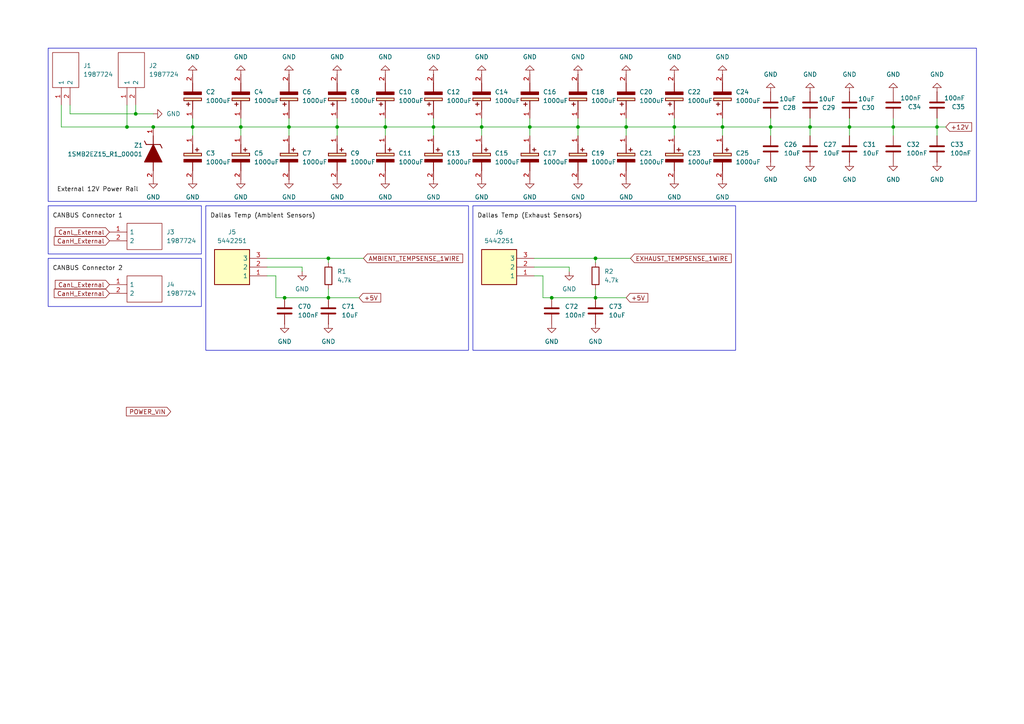
<source format=kicad_sch>
(kicad_sch (version 20250114) (generator "eeschema") (generator_version "9.0")
  (paper "A4")
  (lib_symbols
    (symbol "Device:C" (pin_numbers (hide yes)) (pin_names (offset 0.254))
      (property "Reference" "C" (at 0.635 2.54 0))
      (property "Value" "C" (at 0.635 -2.54 0))
      (symbol "C_1_1"
        (pin passive line (at 0 3.81 270) (length 2.794) (name "~") (number "1"))
        (pin passive line (at 0 -3.81 90) (length 2.794) (name "~") (number "2"))
      )
    )
    (symbol "Device:R" (pin_numbers (hide yes)) (pin_names (offset 0))
      (property "Reference" "R" (at 2.032 0 90))
      (property "Value" "R" (at 0 0 90))
      (symbol "R_1_1"
        (pin passive line (at 0 3.81 270) (length 1.27) (name "~") (number "1"))
        (pin passive line (at 0 -3.81 90) (length 1.27) (name "~") (number "2"))
      )
    )
    (symbol "InverterCom:1987724" (pin_names (offset 0.762))
      (property "Reference" "J" (at 16.51 7.62 0))
      (property "Value" "1987724" (at 16.51 5.08 0))
      (symbol "1987724_0_0"
        (pin passive line (at 0 0 0) (length 5.08) (name "1") (number "1"))
        (pin passive line (at 0 -2.54 0) (length 5.08) (name "2") (number "2"))
      )
    )
    (symbol "InverterCom:1SMB2EZ15_R1_00001" (pin_names (hide yes))
      (property "Reference" "Z" (at 10.16 8.89 0))
      (property "Value" "1SMB2EZ15_R1_00001" (at 10.16 6.35 0))
      (symbol "1SMB2EZ15_R1_00001_1_1"
        (pin passive line (at 0 0 0) (length 2.54) (name "K") (number "1"))
        (pin passive line (at 15.24 0 180) (length 2.54) (name "A") (number "2"))
      )
    )
    (symbol "InverterCom:5442251"
      (property "Reference" "J" (at 16.51 7.62 0))
      (property "Value" "5442251" (at 16.51 5.08 0))
      (symbol "5442251_1_1"
        (pin passive line (at 0 0 0) (length 5.08) (name "1") (number "1"))
        (pin passive line (at 0 -2.54 0) (length 5.08) (name "2") (number "2"))
        (pin passive line (at 0 -5.08 0) (length 5.08) (name "3") (number "3"))
      )
    )
    (symbol "InverterCom:UVY1E102MPD1TD" (pin_names (hide yes))
      (property "Reference" "C" (at 8.89 6.35 0))
      (property "Value" "UVY1E102MPD1TD" (at 8.89 3.81 0))
      (symbol "UVY1E102MPD1TD_1_1"
        (pin passive line (at 0 0 0) (length 2.54) (name "+") (number "1"))
        (pin passive line (at 12.7 0 180) (length 2.54) (name "-") (number "2"))
      )
    )
    (symbol "power:GND" (power) (pin_numbers (hide yes)) (pin_names (offset 0) (hide yes))
      (property "Value" "GND" (at 0 -3.81 0))
      (symbol "GND_1_1"
        (pin power_in line (at 0 0 270) (length 0) (name "~") (number "1"))
      )
    )
  )
  (rectangle (start 137.16 59.69) (end 213.36 101.6))
  (rectangle (start 13.97 74.93) (end 58.42 88.9))
  (rectangle (start 59.69 59.69) (end 135.89 101.6))
  (rectangle (start 13.97 13.97) (end 283.21 58.42))
  (rectangle (start 13.97 59.69) (end 58.42 73.66))
  (junction (at 209.55 36.83))
  (junction (at 167.64 36.83))
  (junction (at 160.02 86.36))
  (junction (at 82.55 86.36))
  (junction (at 83.82 36.83))
  (junction (at 95.25 86.36))
  (junction (at 153.67 36.83))
  (junction (at 44.45 36.83))
  (junction (at 111.76 36.83))
  (junction (at 223.52 36.83))
  (junction (at 139.7 36.83))
  (junction (at 95.25 74.93))
  (junction (at 195.58 36.83))
  (junction (at 172.72 74.93))
  (junction (at 172.72 86.36))
  (junction (at 246.38 36.83))
  (junction (at 181.61 36.83))
  (junction (at 69.85 36.83))
  (junction (at 97.79 36.83))
  (junction (at 271.78 36.83))
  (junction (at 39.37 33.02))
  (junction (at 36.83 36.83))
  (junction (at 234.95 36.83))
  (junction (at 55.88 36.83))
  (junction (at 125.73 36.83))
  (junction (at 259.08 36.83))
  (wire (pts (xy 69.85 36.83) (xy 83.82 36.83)))
  (wire (pts (xy 167.64 34.29) (xy 167.64 36.83)))
  (wire (pts (xy 234.95 36.83) (xy 234.95 39.37)))
  (wire (pts (xy 209.55 36.83) (xy 209.55 39.37)))
  (wire (pts (xy 153.67 36.83) (xy 153.67 39.37)))
  (wire (pts (xy 95.25 74.93) (xy 77.47 74.93)))
  (wire (pts (xy 20.32 33.02) (xy 39.37 33.02)))
  (wire (pts (xy 181.61 36.83) (xy 181.61 39.37)))
  (wire (pts (xy 95.25 76.2) (xy 95.25 74.93)))
  (wire (pts (xy 83.82 36.83) (xy 97.79 36.83)))
  (wire (pts (xy 20.32 30.48) (xy 20.32 33.02)))
  (wire (pts (xy 246.38 36.83) (xy 246.38 39.37)))
  (wire (pts (xy 39.37 33.02) (xy 39.37 30.48)))
  (wire (pts (xy 209.55 34.29) (xy 209.55 36.83)))
  (wire (pts (xy 80.01 80.01) (xy 77.47 80.01)))
  (wire (pts (xy 154.94 77.47) (xy 165.1 77.47)))
  (wire (pts (xy 271.78 36.83) (xy 274.32 36.83)))
  (wire (pts (xy 125.73 36.83) (xy 139.7 36.83)))
  (wire (pts (xy 165.1 77.47) (xy 165.1 78.74)))
  (wire (pts (xy 181.61 36.83) (xy 195.58 36.83)))
  (wire (pts (xy 55.88 34.29) (xy 55.88 36.83)))
  (wire (pts (xy 234.95 36.83) (xy 234.95 34.29)))
  (wire (pts (xy 139.7 36.83) (xy 153.67 36.83)))
  (wire (pts (xy 259.08 36.83) (xy 271.78 36.83)))
  (wire (pts (xy 39.37 33.02) (xy 44.45 33.02)))
  (wire (pts (xy 80.01 86.36) (xy 80.01 80.01)))
  (wire (pts (xy 95.25 74.93) (xy 105.41 74.93)))
  (wire (pts (xy 82.55 86.36) (xy 80.01 86.36)))
  (wire (pts (xy 17.78 36.83) (xy 17.78 30.48)))
  (wire (pts (xy 167.64 36.83) (xy 181.61 36.83)))
  (wire (pts (xy 234.95 36.83) (xy 246.38 36.83)))
  (wire (pts (xy 160.02 86.36) (xy 172.72 86.36)))
  (wire (pts (xy 271.78 36.83) (xy 271.78 39.37)))
  (wire (pts (xy 139.7 34.29) (xy 139.7 36.83)))
  (wire (pts (xy 111.76 36.83) (xy 111.76 39.37)))
  (wire (pts (xy 36.83 36.83) (xy 17.78 36.83)))
  (wire (pts (xy 223.52 36.83) (xy 223.52 39.37)))
  (wire (pts (xy 83.82 36.83) (xy 83.82 39.37)))
  (wire (pts (xy 82.55 86.36) (xy 95.25 86.36)))
  (wire (pts (xy 246.38 36.83) (xy 259.08 36.83)))
  (wire (pts (xy 157.48 86.36) (xy 157.48 80.01)))
  (wire (pts (xy 259.08 36.83) (xy 259.08 39.37)))
  (wire (pts (xy 139.7 36.83) (xy 139.7 39.37)))
  (wire (pts (xy 153.67 36.83) (xy 167.64 36.83)))
  (wire (pts (xy 195.58 36.83) (xy 195.58 39.37)))
  (wire (pts (xy 55.88 36.83) (xy 69.85 36.83)))
  (wire (pts (xy 271.78 34.29) (xy 271.78 36.83)))
  (wire (pts (xy 125.73 36.83) (xy 125.73 39.37)))
  (wire (pts (xy 44.45 36.83) (xy 55.88 36.83)))
  (wire (pts (xy 172.72 76.2) (xy 172.72 74.93)))
  (wire (pts (xy 87.63 77.47) (xy 87.63 78.74)))
  (wire (pts (xy 246.38 36.83) (xy 246.38 34.29)))
  (wire (pts (xy 195.58 34.29) (xy 195.58 36.83)))
  (wire (pts (xy 69.85 34.29) (xy 69.85 36.83)))
  (wire (pts (xy 36.83 30.48) (xy 36.83 36.83)))
  (wire (pts (xy 223.52 36.83) (xy 234.95 36.83)))
  (wire (pts (xy 153.67 34.29) (xy 153.67 36.83)))
  (wire (pts (xy 55.88 36.83) (xy 55.88 39.37)))
  (wire (pts (xy 95.25 83.82) (xy 95.25 86.36)))
  (wire (pts (xy 95.25 86.36) (xy 104.14 86.36)))
  (wire (pts (xy 111.76 34.29) (xy 111.76 36.83)))
  (wire (pts (xy 172.72 86.36) (xy 181.61 86.36)))
  (wire (pts (xy 69.85 36.83) (xy 69.85 39.37)))
  (wire (pts (xy 157.48 80.01) (xy 154.94 80.01)))
  (wire (pts (xy 97.79 36.83) (xy 97.79 39.37)))
  (wire (pts (xy 172.72 74.93) (xy 182.88 74.93)))
  (wire (pts (xy 181.61 34.29) (xy 181.61 36.83)))
  (wire (pts (xy 111.76 36.83) (xy 125.73 36.83)))
  (wire (pts (xy 125.73 34.29) (xy 125.73 36.83)))
  (wire (pts (xy 83.82 34.29) (xy 83.82 36.83)))
  (wire (pts (xy 97.79 34.29) (xy 97.79 36.83)))
  (wire (pts (xy 36.83 36.83) (xy 44.45 36.83)))
  (wire (pts (xy 172.72 83.82) (xy 172.72 86.36)))
  (wire (pts (xy 259.08 34.29) (xy 259.08 36.83)))
  (wire (pts (xy 195.58 36.83) (xy 209.55 36.83)))
  (wire (pts (xy 167.64 36.83) (xy 167.64 39.37)))
  (wire (pts (xy 77.47 77.47) (xy 87.63 77.47)))
  (wire (pts (xy 209.55 36.83) (xy 223.52 36.83)))
  (wire (pts (xy 172.72 74.93) (xy 154.94 74.93)))
  (wire (pts (xy 160.02 86.36) (xy 157.48 86.36)))
  (wire (pts (xy 97.79 36.83) (xy 111.76 36.83)))
  (wire (pts (xy 223.52 36.83) (xy 223.52 34.29)))
  (label "CANBUS Connector 1" (at 15.24 63.5 0))
  (label "Dallas Temp (Ambient Sensors)" (at 60.96 63.5 0))
  (label "Dallas Temp (Exhaust Sensors)" (at 138.43 63.5 0))
  (label "CANBUS Connector 2" (at 15.24 78.74 0))
  (label "External 12V Power Rail" (at 16.51 55.88 0))
  (global_label "CanH_External" (shape input) (at 31.75 85.09 180) (property "Intersheetrefs" "${INTERSHEET_REFS}" (effects (hide yes))))
  (global_label "+5V" (shape input) (at 181.61 86.36 0) (property "Intersheetrefs" "${INTERSHEET_REFS}" (effects (hide yes))))
  (global_label "CanL_External" (shape input) (at 31.75 67.31 180) (property "Intersheetrefs" "${INTERSHEET_REFS}" (effects (hide yes))))
  (global_label "CanL_External" (shape input) (at 31.75 82.55 180) (property "Intersheetrefs" "${INTERSHEET_REFS}" (effects (hide yes))))
  (global_label "POWER_VIN" (shape input) (at 49.53 119.38 180) (property "Intersheetrefs" "${INTERSHEET_REFS}" (effects (hide yes))))
  (global_label "EXHAUST_TEMPSENSE_1WIRE" (shape input) (at 182.88 74.93 0) (property "Intersheetrefs" "${INTERSHEET_REFS}" (effects (hide yes))))
  (global_label "AMBIENT_TEMPSENSE_1WIRE" (shape input) (at 105.41 74.93 0) (property "Intersheetrefs" "${INTERSHEET_REFS}" (effects (hide yes))))
  (global_label "CanH_External" (shape input) (at 31.75 69.85 180) (property "Intersheetrefs" "${INTERSHEET_REFS}" (effects (hide yes))))
  (global_label "+12V" (shape input) (at 274.32 36.83 0) (property "Intersheetrefs" "${INTERSHEET_REFS}" (effects (hide yes))))
  (global_label "+5V" (shape input) (at 104.14 86.36 0) (property "Intersheetrefs" "${INTERSHEET_REFS}" (effects (hide yes))))
  (symbol (lib_id "InverterCom:5442251") (at 77.47 80.01 180) (unit 1)
    (property "Reference" "J5" (at 67.31 67.31 0))
    (property "Value" "5442251" (at 67.31 69.85 0))
    (property "Footprint" "5442251" (effects (hide yes)))
    (property "Datasheet" "https://www.phoenixcontact.com/en-gb/products/printed-circuit-board-terminal-bc-350x9-3-gn-5442251" (effects (hide yes)))
    (property "Description" "Fixed Terminal Blocks BC-350X9- 3 GN 3.5 MM PITCH" (effects (hide yes)))
    (property "Height" "8.65" (effects (hide yes)))
    (property "Mouser Part Number" "651-5442251" (effects (hide yes)))
    (property "Mouser Price/Stock" "https://www.mouser.co.uk/ProductDetail/Phoenix-Contact/5442251?qs=9Y9qB%2FCsC3kmzTCxovpQiw%3D%3D" (effects (hide yes)))
    (property "Manufacturer_Name" "Phoenix Contact" (effects (hide yes)))
    (property "Manufacturer_Part_Number" "5442251" (effects (hide yes)))
  )
  (symbol (lib_id "InverterCom:UVY1E102MPD1TD") (at 69.85 39.37 270) (unit 1)
    (property "Reference" "C5" (at 73.66 44.4499 90) (effects (justify left)))
    (property "Value" "1000uF" (at 73.66 46.9899 90) (effects (justify left)))
    (property "Footprint" "InverterCom:CAPPRD500W60D1025H1750" (effects (hide yes)))
    (property "Datasheet" "https://componentsearchengine.com/Datasheets/5/UVY1E102MPD1TD.pdf" (effects (hide yes)))
    (property "Description" "Cap Aluminum Lytic 1000uF 25V 20% (10 X 16mm) Radial 5mm 610mA 1000h 105C Ammo" (effects (hide yes)))
    (property "Height" "17.5" (effects (hide yes)))
    (property "Mouser Part Number" "647-UVY1E102MPD1TD" (effects (hide yes)))
    (property "Mouser Price/Stock" "https://www.mouser.co.uk/ProductDetail/Nichicon/UVY1E102MPD1TD?qs=gtReTMvImqniEnVqgrfK9Q%3D%3D" (effects (hide yes)))
    (property "Manufacturer_Name" "Nichicon" (effects (hide yes)))
    (property "Manufacturer_Part_Number" "UVY1E102MPD1TD" (effects (hide yes)))
  )
  (symbol (lib_id "Device:C") (at 223.52 43.18 0) (unit 1)
    (property "Reference" "C26" (at 227.33 41.9099 0) (effects (justify left)))
    (property "Value" "10uF" (at 227.33 44.4499 0) (effects (justify left)))
    (property "Footprint" "Capacitor_SMD:C_1210_3225Metric_Pad1.33x2.70mm_HandSolder" (effects (hide yes)))
    (property "Description" "Unpolarized capacitor" (effects (hide yes)))
  )
  (symbol (lib_id "Device:C") (at 259.08 43.18 0) (unit 1)
    (property "Reference" "C32" (at 262.89 41.9099 0) (effects (justify left)))
    (property "Value" "100nF" (at 262.89 44.45 0) (effects (justify left)))
    (property "Footprint" "Capacitor_SMD:C_1210_3225Metric_Pad1.33x2.70mm_HandSolder" (effects (hide yes)))
    (property "Description" "Unpolarized capacitor" (effects (hide yes)))
  )
  (symbol (lib_id "power:GND") (at 44.45 52.07 0) (unit 1)
    (property "Reference" "#PWR02" (effects (hide yes)))
    (property "Value" "GND" (at 44.45 57.15 0))
    (property "Description" "Power symbol creates a global label with name \"GND\" , ground" (effects (hide yes)))
  )
  (symbol (lib_id "power:GND") (at 271.78 46.99 0) (unit 1)
    (property "Reference" "#PWR079" (effects (hide yes)))
    (property "Value" "GND" (at 271.78 52.07 0))
    (property "Description" "Power symbol creates a global label with name \"GND\" , ground" (effects (hide yes)))
  )
  (symbol (lib_id "Device:C") (at 95.25 90.17 0) (unit 1)
    (property "Reference" "C71" (at 99.06 88.8999 0) (effects (justify left)))
    (property "Value" "10uF" (at 99.06 91.4399 0) (effects (justify left)))
    (property "Footprint" "Capacitor_SMD:C_1210_3225Metric_Pad1.33x2.70mm_HandSolder" (effects (hide yes)))
    (property "Description" "Unpolarized capacitor" (effects (hide yes)))
  )
  (symbol (lib_id "power:GND") (at 234.95 26.67 180) (unit 1)
    (property "Reference" "#PWR076" (effects (hide yes)))
    (property "Value" "GND" (at 234.95 21.59 0))
    (property "Description" "Power symbol creates a global label with name \"GND\" , ground" (effects (hide yes)))
  )
  (symbol (lib_id "power:GND") (at 139.7 21.59 180) (unit 1)
    (property "Reference" "#PWR017" (effects (hide yes)))
    (property "Value" "GND" (at 139.7 16.51 0))
    (property "Description" "Power symbol creates a global label with name \"GND\" , ground" (effects (hide yes)))
  )
  (symbol (lib_id "InverterCom:UVY1E102MPD1TD") (at 111.76 39.37 270) (unit 1)
    (property "Reference" "C11" (at 115.57 44.4499 90) (effects (justify left)))
    (property "Value" "1000uF" (at 115.57 46.9899 90) (effects (justify left)))
    (property "Footprint" "InverterCom:CAPPRD500W60D1025H1750" (effects (hide yes)))
    (property "Datasheet" "https://componentsearchengine.com/Datasheets/5/UVY1E102MPD1TD.pdf" (effects (hide yes)))
    (property "Description" "Cap Aluminum Lytic 1000uF 25V 20% (10 X 16mm) Radial 5mm 610mA 1000h 105C Ammo" (effects (hide yes)))
    (property "Height" "17.5" (effects (hide yes)))
    (property "Mouser Part Number" "647-UVY1E102MPD1TD" (effects (hide yes)))
    (property "Mouser Price/Stock" "https://www.mouser.co.uk/ProductDetail/Nichicon/UVY1E102MPD1TD?qs=gtReTMvImqniEnVqgrfK9Q%3D%3D" (effects (hide yes)))
    (property "Manufacturer_Name" "Nichicon" (effects (hide yes)))
    (property "Manufacturer_Part_Number" "UVY1E102MPD1TD" (effects (hide yes)))
  )
  (symbol (lib_id "power:GND") (at 69.85 21.59 180) (unit 1)
    (property "Reference" "#PWR07" (effects (hide yes)))
    (property "Value" "GND" (at 69.85 16.51 0))
    (property "Description" "Power symbol creates a global label with name \"GND\" , ground" (effects (hide yes)))
  )
  (symbol (lib_id "power:GND") (at 246.38 46.99 0) (unit 1)
    (property "Reference" "#PWR078" (effects (hide yes)))
    (property "Value" "GND" (at 246.38 52.07 0))
    (property "Description" "Power symbol creates a global label with name \"GND\" , ground" (effects (hide yes)))
  )
  (symbol (lib_id "InverterCom:UVY1E102MPD1TD") (at 153.67 39.37 270) (unit 1)
    (property "Reference" "C17" (at 157.48 44.4499 90) (effects (justify left)))
    (property "Value" "1000uF" (at 157.48 46.9899 90) (effects (justify left)))
    (property "Footprint" "InverterCom:CAPPRD500W60D1025H1750" (effects (hide yes)))
    (property "Datasheet" "https://componentsearchengine.com/Datasheets/5/UVY1E102MPD1TD.pdf" (effects (hide yes)))
    (property "Description" "Cap Aluminum Lytic 1000uF 25V 20% (10 X 16mm) Radial 5mm 610mA 1000h 105C Ammo" (effects (hide yes)))
    (property "Height" "17.5" (effects (hide yes)))
    (property "Mouser Part Number" "647-UVY1E102MPD1TD" (effects (hide yes)))
    (property "Mouser Price/Stock" "https://www.mouser.co.uk/ProductDetail/Nichicon/UVY1E102MPD1TD?qs=gtReTMvImqniEnVqgrfK9Q%3D%3D" (effects (hide yes)))
    (property "Manufacturer_Name" "Nichicon" (effects (hide yes)))
    (property "Manufacturer_Part_Number" "UVY1E102MPD1TD" (effects (hide yes)))
  )
  (symbol (lib_id "Device:C") (at 160.02 90.17 0) (unit 1)
    (property "Reference" "C72" (at 163.83 88.8999 0) (effects (justify left)))
    (property "Value" "100nF" (at 163.83 91.44 0) (effects (justify left)))
    (property "Footprint" "Capacitor_SMD:C_1210_3225Metric_Pad1.33x2.70mm_HandSolder" (effects (hide yes)))
    (property "Description" "Unpolarized capacitor" (effects (hide yes)))
  )
  (symbol (lib_id "power:GND") (at 125.73 21.59 180) (unit 1)
    (property "Reference" "#PWR015" (effects (hide yes)))
    (property "Value" "GND" (at 125.73 16.51 0))
    (property "Description" "Power symbol creates a global label with name \"GND\" , ground" (effects (hide yes)))
  )
  (symbol (lib_id "power:GND") (at 55.88 52.07 0) (unit 1)
    (property "Reference" "#PWR05" (effects (hide yes)))
    (property "Value" "GND" (at 55.88 57.15 0))
    (property "Description" "Power symbol creates a global label with name \"GND\" , ground" (effects (hide yes)))
  )
  (symbol (lib_id "Device:C") (at 234.95 43.18 0) (unit 1)
    (property "Reference" "C27" (at 238.76 41.9099 0) (effects (justify left)))
    (property "Value" "10uF" (at 238.76 44.4499 0) (effects (justify left)))
    (property "Footprint" "Capacitor_SMD:C_1210_3225Metric_Pad1.33x2.70mm_HandSolder" (effects (hide yes)))
    (property "Description" "Unpolarized capacitor" (effects (hide yes)))
  )
  (symbol (lib_id "InverterCom:UVY1E102MPD1TD") (at 181.61 34.29 90) (unit 1)
    (property "Reference" "C20" (at 185.42 26.6699 90) (effects (justify right)))
    (property "Value" "1000uF" (at 185.42 29.2099 90) (effects (justify right)))
    (property "Footprint" "InverterCom:CAPPRD500W60D1025H1750" (effects (hide yes)))
    (property "Datasheet" "https://componentsearchengine.com/Datasheets/5/UVY1E102MPD1TD.pdf" (effects (hide yes)))
    (property "Description" "Cap Aluminum Lytic 1000uF 25V 20% (10 X 16mm) Radial 5mm 610mA 1000h 105C Ammo" (effects (hide yes)))
    (property "Height" "17.5" (effects (hide yes)))
    (property "Mouser Part Number" "647-UVY1E102MPD1TD" (effects (hide yes)))
    (property "Mouser Price/Stock" "https://www.mouser.co.uk/ProductDetail/Nichicon/UVY1E102MPD1TD?qs=gtReTMvImqniEnVqgrfK9Q%3D%3D" (effects (hide yes)))
    (property "Manufacturer_Name" "Nichicon" (effects (hide yes)))
    (property "Manufacturer_Part_Number" "UVY1E102MPD1TD" (effects (hide yes)))
  )
  (symbol (lib_id "power:GND") (at 195.58 52.07 0) (unit 1)
    (property "Reference" "#PWR026" (effects (hide yes)))
    (property "Value" "GND" (at 195.58 57.15 0))
    (property "Description" "Power symbol creates a global label with name \"GND\" , ground" (effects (hide yes)))
  )
  (symbol (lib_id "power:GND") (at 223.52 46.99 0) (unit 1)
    (property "Reference" "#PWR073" (effects (hide yes)))
    (property "Value" "GND" (at 223.52 52.07 0))
    (property "Description" "Power symbol creates a global label with name \"GND\" , ground" (effects (hide yes)))
  )
  (symbol (lib_id "InverterCom:1987724") (at 17.78 30.48 90) (unit 1)
    (property "Reference" "J1" (at 24.13 19.0499 90) (effects (justify right)))
    (property "Value" "1987724" (at 24.13 21.5899 90) (effects (justify right)))
    (property "Footprint" "InverterCom:1987724" (effects (hide yes)))
    (property "Datasheet" "https://datasheet.datasheetarchive.com/originals/distributors/Datasheets-DGA18/1075322.pdf" (effects (hide yes)))
    (property "Description" "Phoenix Contact PT 2.5/ 2-5.0-V PCB Terminal Block, 2 Way/Pole, Screw Terminals, 20  10 AWG Through Hole," (effects (hide yes)))
    (property "Description_1" "Phoenix Contact PT 2.5/ 2-5.0-V PCB Terminal Block, 2 Way/Pole, Screw Terminals, 20  10 AWG Through Hole," (effects (hide yes)))
    (property "Height" "9.15" (effects (hide yes)))
    (property "Mouser Part Number" "651-1987724" (effects (hide yes)))
    (property "Mouser Price/Stock" "https://www.mouser.co.uk/ProductDetail/Phoenix-Contact/1987724?qs=gjk32EaArKIePzXcIKo3jg%3D%3D" (effects (hide yes)))
    (property "Manufacturer_Name" "Phoenix Contact" (effects (hide yes)))
    (property "Manufacturer_Part_Number" "1987724" (effects (hide yes)))
  )
  (symbol (lib_id "InverterCom:UVY1E102MPD1TD") (at 209.55 39.37 270) (unit 1)
    (property "Reference" "C25" (at 213.36 44.4499 90) (effects (justify left)))
    (property "Value" "1000uF" (at 213.36 46.9899 90) (effects (justify left)))
    (property "Footprint" "InverterCom:CAPPRD500W60D1025H1750" (effects (hide yes)))
    (property "Datasheet" "https://componentsearchengine.com/Datasheets/5/UVY1E102MPD1TD.pdf" (effects (hide yes)))
    (property "Description" "Cap Aluminum Lytic 1000uF 25V 20% (10 X 16mm) Radial 5mm 610mA 1000h 105C Ammo" (effects (hide yes)))
    (property "Height" "17.5" (effects (hide yes)))
    (property "Mouser Part Number" "647-UVY1E102MPD1TD" (effects (hide yes)))
    (property "Mouser Price/Stock" "https://www.mouser.co.uk/ProductDetail/Nichicon/UVY1E102MPD1TD?qs=gtReTMvImqniEnVqgrfK9Q%3D%3D" (effects (hide yes)))
    (property "Manufacturer_Name" "Nichicon" (effects (hide yes)))
    (property "Manufacturer_Part_Number" "UVY1E102MPD1TD" (effects (hide yes)))
  )
  (symbol (lib_id "InverterCom:UVY1E102MPD1TD") (at 153.67 34.29 90) (unit 1)
    (property "Reference" "C16" (at 157.48 26.6699 90) (effects (justify right)))
    (property "Value" "1000uF" (at 157.48 29.2099 90) (effects (justify right)))
    (property "Footprint" "InverterCom:CAPPRD500W60D1025H1750" (effects (hide yes)))
    (property "Datasheet" "https://componentsearchengine.com/Datasheets/5/UVY1E102MPD1TD.pdf" (effects (hide yes)))
    (property "Description" "Cap Aluminum Lytic 1000uF 25V 20% (10 X 16mm) Radial 5mm 610mA 1000h 105C Ammo" (effects (hide yes)))
    (property "Height" "17.5" (effects (hide yes)))
    (property "Mouser Part Number" "647-UVY1E102MPD1TD" (effects (hide yes)))
    (property "Mouser Price/Stock" "https://www.mouser.co.uk/ProductDetail/Nichicon/UVY1E102MPD1TD?qs=gtReTMvImqniEnVqgrfK9Q%3D%3D" (effects (hide yes)))
    (property "Manufacturer_Name" "Nichicon" (effects (hide yes)))
    (property "Manufacturer_Part_Number" "UVY1E102MPD1TD" (effects (hide yes)))
  )
  (symbol (lib_id "InverterCom:5442251") (at 154.94 80.01 180) (unit 1)
    (property "Reference" "J6" (at 144.78 67.31 0))
    (property "Value" "5442251" (at 144.78 69.85 0))
    (property "Footprint" "5442251" (effects (hide yes)))
    (property "Datasheet" "https://www.phoenixcontact.com/en-gb/products/printed-circuit-board-terminal-bc-350x9-3-gn-5442251" (effects (hide yes)))
    (property "Description" "Fixed Terminal Blocks BC-350X9- 3 GN 3.5 MM PITCH" (effects (hide yes)))
    (property "Height" "8.65" (effects (hide yes)))
    (property "Mouser Part Number" "651-5442251" (effects (hide yes)))
    (property "Mouser Price/Stock" "https://www.mouser.co.uk/ProductDetail/Phoenix-Contact/5442251?qs=9Y9qB%2FCsC3kmzTCxovpQiw%3D%3D" (effects (hide yes)))
    (property "Manufacturer_Name" "Phoenix Contact" (effects (hide yes)))
    (property "Manufacturer_Part_Number" "5442251" (effects (hide yes)))
  )
  (symbol (lib_id "power:GND") (at 167.64 21.59 180) (unit 1)
    (property "Reference" "#PWR021" (effects (hide yes)))
    (property "Value" "GND" (at 167.64 16.51 0))
    (property "Description" "Power symbol creates a global label with name \"GND\" , ground" (effects (hide yes)))
  )
  (symbol (lib_id "InverterCom:UVY1E102MPD1TD") (at 83.82 39.37 270) (unit 1)
    (property "Reference" "C7" (at 87.63 44.4499 90) (effects (justify left)))
    (property "Value" "1000uF" (at 87.63 46.9899 90) (effects (justify left)))
    (property "Footprint" "InverterCom:CAPPRD500W60D1025H1750" (effects (hide yes)))
    (property "Datasheet" "https://componentsearchengine.com/Datasheets/5/UVY1E102MPD1TD.pdf" (effects (hide yes)))
    (property "Description" "Cap Aluminum Lytic 1000uF 25V 20% (10 X 16mm) Radial 5mm 610mA 1000h 105C Ammo" (effects (hide yes)))
    (property "Height" "17.5" (effects (hide yes)))
    (property "Mouser Part Number" "647-UVY1E102MPD1TD" (effects (hide yes)))
    (property "Mouser Price/Stock" "https://www.mouser.co.uk/ProductDetail/Nichicon/UVY1E102MPD1TD?qs=gtReTMvImqniEnVqgrfK9Q%3D%3D" (effects (hide yes)))
    (property "Manufacturer_Name" "Nichicon" (effects (hide yes)))
    (property "Manufacturer_Part_Number" "UVY1E102MPD1TD" (effects (hide yes)))
  )
  (symbol (lib_id "power:GND") (at 125.73 52.07 0) (unit 1)
    (property "Reference" "#PWR016" (effects (hide yes)))
    (property "Value" "GND" (at 125.73 57.15 0))
    (property "Description" "Power symbol creates a global label with name \"GND\" , ground" (effects (hide yes)))
  )
  (symbol (lib_id "Device:R") (at 95.25 80.01 0) (unit 1)
    (property "Reference" "R1" (at 97.79 78.7399 0) (effects (justify left)))
    (property "Value" "4.7k" (at 97.79 81.2799 0) (effects (justify left)))
    (property "Description" "Resistor" (effects (hide yes)))
  )
  (symbol (lib_id "InverterCom:1987724") (at 36.83 30.48 90) (unit 1)
    (property "Reference" "J2" (at 43.18 19.0499 90) (effects (justify right)))
    (property "Value" "1987724" (at 43.18 21.5899 90) (effects (justify right)))
    (property "Footprint" "InverterCom:1987724" (effects (hide yes)))
    (property "Datasheet" "https://datasheet.datasheetarchive.com/originals/distributors/Datasheets-DGA18/1075322.pdf" (effects (hide yes)))
    (property "Description" "Phoenix Contact PT 2.5/ 2-5.0-V PCB Terminal Block, 2 Way/Pole, Screw Terminals, 20  10 AWG Through Hole," (effects (hide yes)))
    (property "Description_1" "Phoenix Contact PT 2.5/ 2-5.0-V PCB Terminal Block, 2 Way/Pole, Screw Terminals, 20  10 AWG Through Hole," (effects (hide yes)))
    (property "Height" "9.15" (effects (hide yes)))
    (property "Mouser Part Number" "651-1987724" (effects (hide yes)))
    (property "Mouser Price/Stock" "https://www.mouser.co.uk/ProductDetail/Phoenix-Contact/1987724?qs=gjk32EaArKIePzXcIKo3jg%3D%3D" (effects (hide yes)))
    (property "Manufacturer_Name" "Phoenix Contact" (effects (hide yes)))
    (property "Manufacturer_Part_Number" "1987724" (effects (hide yes)))
  )
  (symbol (lib_id "power:GND") (at 209.55 21.59 180) (unit 1)
    (property "Reference" "#PWR027" (effects (hide yes)))
    (property "Value" "GND" (at 209.55 16.51 0))
    (property "Description" "Power symbol creates a global label with name \"GND\" , ground" (effects (hide yes)))
  )
  (symbol (lib_id "power:GND") (at 160.02 93.98 0) (unit 1)
    (property "Reference" "#PWR098" (effects (hide yes)))
    (property "Value" "GND" (at 160.02 99.06 0))
    (property "Description" "Power symbol creates a global label with name \"GND\" , ground" (effects (hide yes)))
  )
  (symbol (lib_id "Device:C") (at 223.52 30.48 180) (unit 1)
    (property "Reference" "C28" (at 230.886 31.242 0) (effects (justify left)))
    (property "Value" "10uF" (at 230.886 28.702 0) (effects (justify left)))
    (property "Footprint" "Capacitor_SMD:C_1210_3225Metric_Pad1.33x2.70mm_HandSolder" (effects (hide yes)))
    (property "Description" "Unpolarized capacitor" (effects (hide yes)))
  )
  (symbol (lib_id "InverterCom:UVY1E102MPD1TD") (at 209.55 34.29 90) (unit 1)
    (property "Reference" "C24" (at 213.36 26.6699 90) (effects (justify right)))
    (property "Value" "1000uF" (at 213.36 29.2099 90) (effects (justify right)))
    (property "Footprint" "InverterCom:CAPPRD500W60D1025H1750" (effects (hide yes)))
    (property "Datasheet" "https://componentsearchengine.com/Datasheets/5/UVY1E102MPD1TD.pdf" (effects (hide yes)))
    (property "Description" "Cap Aluminum Lytic 1000uF 25V 20% (10 X 16mm) Radial 5mm 610mA 1000h 105C Ammo" (effects (hide yes)))
    (property "Height" "17.5" (effects (hide yes)))
    (property "Mouser Part Number" "647-UVY1E102MPD1TD" (effects (hide yes)))
    (property "Mouser Price/Stock" "https://www.mouser.co.uk/ProductDetail/Nichicon/UVY1E102MPD1TD?qs=gtReTMvImqniEnVqgrfK9Q%3D%3D" (effects (hide yes)))
    (property "Manufacturer_Name" "Nichicon" (effects (hide yes)))
    (property "Manufacturer_Part_Number" "UVY1E102MPD1TD" (effects (hide yes)))
  )
  (symbol (lib_id "InverterCom:UVY1E102MPD1TD") (at 97.79 39.37 270) (unit 1)
    (property "Reference" "C9" (at 101.6 44.4499 90) (effects (justify left)))
    (property "Value" "1000uF" (at 101.6 46.9899 90) (effects (justify left)))
    (property "Footprint" "InverterCom:CAPPRD500W60D1025H1750" (effects (hide yes)))
    (property "Datasheet" "https://componentsearchengine.com/Datasheets/5/UVY1E102MPD1TD.pdf" (effects (hide yes)))
    (property "Description" "Cap Aluminum Lytic 1000uF 25V 20% (10 X 16mm) Radial 5mm 610mA 1000h 105C Ammo" (effects (hide yes)))
    (property "Height" "17.5" (effects (hide yes)))
    (property "Mouser Part Number" "647-UVY1E102MPD1TD" (effects (hide yes)))
    (property "Mouser Price/Stock" "https://www.mouser.co.uk/ProductDetail/Nichicon/UVY1E102MPD1TD?qs=gtReTMvImqniEnVqgrfK9Q%3D%3D" (effects (hide yes)))
    (property "Manufacturer_Name" "Nichicon" (effects (hide yes)))
    (property "Manufacturer_Part_Number" "UVY1E102MPD1TD" (effects (hide yes)))
  )
  (symbol (lib_id "Device:C") (at 82.55 90.17 0) (unit 1)
    (property "Reference" "C70" (at 86.36 88.8999 0) (effects (justify left)))
    (property "Value" "100nF" (at 86.36 91.44 0) (effects (justify left)))
    (property "Footprint" "Capacitor_SMD:C_1210_3225Metric_Pad1.33x2.70mm_HandSolder" (effects (hide yes)))
    (property "Description" "Unpolarized capacitor" (effects (hide yes)))
  )
  (symbol (lib_id "InverterCom:UVY1E102MPD1TD") (at 139.7 39.37 270) (unit 1)
    (property "Reference" "C15" (at 143.51 44.4499 90) (effects (justify left)))
    (property "Value" "1000uF" (at 143.51 46.9899 90) (effects (justify left)))
    (property "Footprint" "InverterCom:CAPPRD500W60D1025H1750" (effects (hide yes)))
    (property "Datasheet" "https://componentsearchengine.com/Datasheets/5/UVY1E102MPD1TD.pdf" (effects (hide yes)))
    (property "Description" "Cap Aluminum Lytic 1000uF 25V 20% (10 X 16mm) Radial 5mm 610mA 1000h 105C Ammo" (effects (hide yes)))
    (property "Height" "17.5" (effects (hide yes)))
    (property "Mouser Part Number" "647-UVY1E102MPD1TD" (effects (hide yes)))
    (property "Mouser Price/Stock" "https://www.mouser.co.uk/ProductDetail/Nichicon/UVY1E102MPD1TD?qs=gtReTMvImqniEnVqgrfK9Q%3D%3D" (effects (hide yes)))
    (property "Manufacturer_Name" "Nichicon" (effects (hide yes)))
    (property "Manufacturer_Part_Number" "UVY1E102MPD1TD" (effects (hide yes)))
  )
  (symbol (lib_id "power:GND") (at 181.61 52.07 0) (unit 1)
    (property "Reference" "#PWR024" (effects (hide yes)))
    (property "Value" "GND" (at 181.61 57.15 0))
    (property "Description" "Power symbol creates a global label with name \"GND\" , ground" (effects (hide yes)))
  )
  (symbol (lib_id "InverterCom:UVY1E102MPD1TD") (at 167.64 39.37 270) (unit 1)
    (property "Reference" "C19" (at 171.45 44.4499 90) (effects (justify left)))
    (property "Value" "1000uF" (at 171.45 46.9899 90) (effects (justify left)))
    (property "Footprint" "InverterCom:CAPPRD500W60D1025H1750" (effects (hide yes)))
    (property "Datasheet" "https://componentsearchengine.com/Datasheets/5/UVY1E102MPD1TD.pdf" (effects (hide yes)))
    (property "Description" "Cap Aluminum Lytic 1000uF 25V 20% (10 X 16mm) Radial 5mm 610mA 1000h 105C Ammo" (effects (hide yes)))
    (property "Height" "17.5" (effects (hide yes)))
    (property "Mouser Part Number" "647-UVY1E102MPD1TD" (effects (hide yes)))
    (property "Mouser Price/Stock" "https://www.mouser.co.uk/ProductDetail/Nichicon/UVY1E102MPD1TD?qs=gtReTMvImqniEnVqgrfK9Q%3D%3D" (effects (hide yes)))
    (property "Manufacturer_Name" "Nichicon" (effects (hide yes)))
    (property "Manufacturer_Part_Number" "UVY1E102MPD1TD" (effects (hide yes)))
  )
  (symbol (lib_id "InverterCom:UVY1E102MPD1TD") (at 167.64 34.29 90) (unit 1)
    (property "Reference" "C18" (at 171.45 26.6699 90) (effects (justify right)))
    (property "Value" "1000uF" (at 171.45 29.2099 90) (effects (justify right)))
    (property "Footprint" "InverterCom:CAPPRD500W60D1025H1750" (effects (hide yes)))
    (property "Datasheet" "https://componentsearchengine.com/Datasheets/5/UVY1E102MPD1TD.pdf" (effects (hide yes)))
    (property "Description" "Cap Aluminum Lytic 1000uF 25V 20% (10 X 16mm) Radial 5mm 610mA 1000h 105C Ammo" (effects (hide yes)))
    (property "Height" "17.5" (effects (hide yes)))
    (property "Mouser Part Number" "647-UVY1E102MPD1TD" (effects (hide yes)))
    (property "Mouser Price/Stock" "https://www.mouser.co.uk/ProductDetail/Nichicon/UVY1E102MPD1TD?qs=gtReTMvImqniEnVqgrfK9Q%3D%3D" (effects (hide yes)))
    (property "Manufacturer_Name" "Nichicon" (effects (hide yes)))
    (property "Manufacturer_Part_Number" "UVY1E102MPD1TD" (effects (hide yes)))
  )
  (symbol (lib_id "power:GND") (at 97.79 21.59 180) (unit 1)
    (property "Reference" "#PWR011" (effects (hide yes)))
    (property "Value" "GND" (at 97.79 16.51 0))
    (property "Description" "Power symbol creates a global label with name \"GND\" , ground" (effects (hide yes)))
  )
  (symbol (lib_id "Device:C") (at 246.38 43.18 0) (unit 1)
    (property "Reference" "C31" (at 250.19 41.9099 0) (effects (justify left)))
    (property "Value" "10uF" (at 250.19 44.4499 0) (effects (justify left)))
    (property "Footprint" "Capacitor_SMD:C_1210_3225Metric_Pad1.33x2.70mm_HandSolder" (effects (hide yes)))
    (property "Description" "Unpolarized capacitor" (effects (hide yes)))
  )
  (symbol (lib_id "power:GND") (at 55.88 21.59 180) (unit 1)
    (property "Reference" "#PWR04" (effects (hide yes)))
    (property "Value" "GND" (at 55.88 16.51 0))
    (property "Description" "Power symbol creates a global label with name \"GND\" , ground" (effects (hide yes)))
  )
  (symbol (lib_id "InverterCom:1987724") (at 31.75 82.55 0) (unit 1)
    (property "Reference" "J4" (at 48.26 82.5499 0) (effects (justify left)))
    (property "Value" "1987724" (at 48.26 85.0899 0) (effects (justify left)))
    (property "Footprint" "InverterCom:1987724" (effects (hide yes)))
    (property "Datasheet" "https://datasheet.datasheetarchive.com/originals/distributors/Datasheets-DGA18/1075322.pdf" (effects (hide yes)))
    (property "Description" "Phoenix Contact PT 2.5/ 2-5.0-V PCB Terminal Block, 2 Way/Pole, Screw Terminals, 20  10 AWG Through Hole," (effects (hide yes)))
    (property "Description_1" "Phoenix Contact PT 2.5/ 2-5.0-V PCB Terminal Block, 2 Way/Pole, Screw Terminals, 20  10 AWG Through Hole," (effects (hide yes)))
    (property "Height" "9.15" (effects (hide yes)))
    (property "Mouser Part Number" "651-1987724" (effects (hide yes)))
    (property "Mouser Price/Stock" "https://www.mouser.co.uk/ProductDetail/Phoenix-Contact/1987724?qs=gjk32EaArKIePzXcIKo3jg%3D%3D" (effects (hide yes)))
    (property "Manufacturer_Name" "Phoenix Contact" (effects (hide yes)))
    (property "Manufacturer_Part_Number" "1987724" (effects (hide yes)))
  )
  (symbol (lib_id "power:GND") (at 234.95 46.99 0) (unit 1)
    (property "Reference" "#PWR074" (effects (hide yes)))
    (property "Value" "GND" (at 234.95 52.07 0))
    (property "Description" "Power symbol creates a global label with name \"GND\" , ground" (effects (hide yes)))
  )
  (symbol (lib_id "power:GND") (at 97.79 52.07 0) (unit 1)
    (property "Reference" "#PWR012" (effects (hide yes)))
    (property "Value" "GND" (at 97.79 57.15 0))
    (property "Description" "Power symbol creates a global label with name \"GND\" , ground" (effects (hide yes)))
  )
  (symbol (lib_id "InverterCom:UVY1E102MPD1TD") (at 125.73 39.37 270) (unit 1)
    (property "Reference" "C13" (at 129.54 44.4499 90) (effects (justify left)))
    (property "Value" "1000uF" (at 129.54 46.9899 90) (effects (justify left)))
    (property "Footprint" "InverterCom:CAPPRD500W60D1025H1750" (effects (hide yes)))
    (property "Datasheet" "https://componentsearchengine.com/Datasheets/5/UVY1E102MPD1TD.pdf" (effects (hide yes)))
    (property "Description" "Cap Aluminum Lytic 1000uF 25V 20% (10 X 16mm) Radial 5mm 610mA 1000h 105C Ammo" (effects (hide yes)))
    (property "Height" "17.5" (effects (hide yes)))
    (property "Mouser Part Number" "647-UVY1E102MPD1TD" (effects (hide yes)))
    (property "Mouser Price/Stock" "https://www.mouser.co.uk/ProductDetail/Nichicon/UVY1E102MPD1TD?qs=gtReTMvImqniEnVqgrfK9Q%3D%3D" (effects (hide yes)))
    (property "Manufacturer_Name" "Nichicon" (effects (hide yes)))
    (property "Manufacturer_Part_Number" "UVY1E102MPD1TD" (effects (hide yes)))
  )
  (symbol (lib_id "power:GND") (at 209.55 52.07 0) (unit 1)
    (property "Reference" "#PWR028" (effects (hide yes)))
    (property "Value" "GND" (at 209.55 57.15 0))
    (property "Description" "Power symbol creates a global label with name \"GND\" , ground" (effects (hide yes)))
  )
  (symbol (lib_id "power:GND") (at 83.82 52.07 0) (unit 1)
    (property "Reference" "#PWR010" (effects (hide yes)))
    (property "Value" "GND" (at 83.82 57.15 0))
    (property "Description" "Power symbol creates a global label with name \"GND\" , ground" (effects (hide yes)))
  )
  (symbol (lib_id "InverterCom:UVY1E102MPD1TD") (at 69.85 34.29 90) (unit 1)
    (property "Reference" "C4" (at 73.66 26.6699 90) (effects (justify right)))
    (property "Value" "1000uF" (at 73.66 29.2099 90) (effects (justify right)))
    (property "Footprint" "InverterCom:CAPPRD500W60D1025H1750" (effects (hide yes)))
    (property "Datasheet" "https://componentsearchengine.com/Datasheets/5/UVY1E102MPD1TD.pdf" (effects (hide yes)))
    (property "Description" "Cap Aluminum Lytic 1000uF 25V 20% (10 X 16mm) Radial 5mm 610mA 1000h 105C Ammo" (effects (hide yes)))
    (property "Height" "17.5" (effects (hide yes)))
    (property "Mouser Part Number" "647-UVY1E102MPD1TD" (effects (hide yes)))
    (property "Mouser Price/Stock" "https://www.mouser.co.uk/ProductDetail/Nichicon/UVY1E102MPD1TD?qs=gtReTMvImqniEnVqgrfK9Q%3D%3D" (effects (hide yes)))
    (property "Manufacturer_Name" "Nichicon" (effects (hide yes)))
    (property "Manufacturer_Part_Number" "UVY1E102MPD1TD" (effects (hide yes)))
  )
  (symbol (lib_id "power:GND") (at 87.63 78.74 0) (unit 1)
    (property "Reference" "#PWR097" (effects (hide yes)))
    (property "Value" "GND" (at 87.63 83.82 0))
    (property "Description" "Power symbol creates a global label with name \"GND\" , ground" (effects (hide yes)))
  )
  (symbol (lib_id "Device:C") (at 271.78 30.48 180) (unit 1)
    (property "Reference" "C35" (at 279.908 30.9881 0) (effects (justify left)))
    (property "Value" "100nF" (at 279.908 28.448 0) (effects (justify left)))
    (property "Footprint" "Capacitor_SMD:C_1210_3225Metric_Pad1.33x2.70mm_HandSolder" (effects (hide yes)))
    (property "Description" "Unpolarized capacitor" (effects (hide yes)))
  )
  (symbol (lib_id "InverterCom:UVY1E102MPD1TD") (at 125.73 34.29 90) (unit 1)
    (property "Reference" "C12" (at 129.54 26.6699 90) (effects (justify right)))
    (property "Value" "1000uF" (at 129.54 29.2099 90) (effects (justify right)))
    (property "Footprint" "InverterCom:CAPPRD500W60D1025H1750" (effects (hide yes)))
    (property "Datasheet" "https://componentsearchengine.com/Datasheets/5/UVY1E102MPD1TD.pdf" (effects (hide yes)))
    (property "Description" "Cap Aluminum Lytic 1000uF 25V 20% (10 X 16mm) Radial 5mm 610mA 1000h 105C Ammo" (effects (hide yes)))
    (property "Height" "17.5" (effects (hide yes)))
    (property "Mouser Part Number" "647-UVY1E102MPD1TD" (effects (hide yes)))
    (property "Mouser Price/Stock" "https://www.mouser.co.uk/ProductDetail/Nichicon/UVY1E102MPD1TD?qs=gtReTMvImqniEnVqgrfK9Q%3D%3D" (effects (hide yes)))
    (property "Manufacturer_Name" "Nichicon" (effects (hide yes)))
    (property "Manufacturer_Part_Number" "UVY1E102MPD1TD" (effects (hide yes)))
  )
  (symbol (lib_id "InverterCom:UVY1E102MPD1TD") (at 139.7 34.29 90) (unit 1)
    (property "Reference" "C14" (at 143.51 26.6699 90) (effects (justify right)))
    (property "Value" "1000uF" (at 143.51 29.2099 90) (effects (justify right)))
    (property "Footprint" "InverterCom:CAPPRD500W60D1025H1750" (effects (hide yes)))
    (property "Datasheet" "https://componentsearchengine.com/Datasheets/5/UVY1E102MPD1TD.pdf" (effects (hide yes)))
    (property "Description" "Cap Aluminum Lytic 1000uF 25V 20% (10 X 16mm) Radial 5mm 610mA 1000h 105C Ammo" (effects (hide yes)))
    (property "Height" "17.5" (effects (hide yes)))
    (property "Mouser Part Number" "647-UVY1E102MPD1TD" (effects (hide yes)))
    (property "Mouser Price/Stock" "https://www.mouser.co.uk/ProductDetail/Nichicon/UVY1E102MPD1TD?qs=gtReTMvImqniEnVqgrfK9Q%3D%3D" (effects (hide yes)))
    (property "Manufacturer_Name" "Nichicon" (effects (hide yes)))
    (property "Manufacturer_Part_Number" "UVY1E102MPD1TD" (effects (hide yes)))
  )
  (symbol (lib_id "InverterCom:UVY1E102MPD1TD") (at 111.76 34.29 90) (unit 1)
    (property "Reference" "C10" (at 115.57 26.6699 90) (effects (justify right)))
    (property "Value" "1000uF" (at 115.57 29.2099 90) (effects (justify right)))
    (property "Footprint" "InverterCom:CAPPRD500W60D1025H1750" (effects (hide yes)))
    (property "Datasheet" "https://componentsearchengine.com/Datasheets/5/UVY1E102MPD1TD.pdf" (effects (hide yes)))
    (property "Description" "Cap Aluminum Lytic 1000uF 25V 20% (10 X 16mm) Radial 5mm 610mA 1000h 105C Ammo" (effects (hide yes)))
    (property "Height" "17.5" (effects (hide yes)))
    (property "Mouser Part Number" "647-UVY1E102MPD1TD" (effects (hide yes)))
    (property "Mouser Price/Stock" "https://www.mouser.co.uk/ProductDetail/Nichicon/UVY1E102MPD1TD?qs=gtReTMvImqniEnVqgrfK9Q%3D%3D" (effects (hide yes)))
    (property "Manufacturer_Name" "Nichicon" (effects (hide yes)))
    (property "Manufacturer_Part_Number" "UVY1E102MPD1TD" (effects (hide yes)))
  )
  (symbol (lib_id "InverterCom:UVY1E102MPD1TD") (at 55.88 39.37 270) (unit 1)
    (property "Reference" "C3" (at 59.69 44.4499 90) (effects (justify left)))
    (property "Value" "1000uF" (at 59.69 46.9899 90) (effects (justify left)))
    (property "Footprint" "InverterCom:CAPPRD500W60D1025H1750" (effects (hide yes)))
    (property "Datasheet" "https://componentsearchengine.com/Datasheets/5/UVY1E102MPD1TD.pdf" (effects (hide yes)))
    (property "Description" "Cap Aluminum Lytic 1000uF 25V 20% (10 X 16mm) Radial 5mm 610mA 1000h 105C Ammo" (effects (hide yes)))
    (property "Height" "17.5" (effects (hide yes)))
    (property "Mouser Part Number" "647-UVY1E102MPD1TD" (effects (hide yes)))
    (property "Mouser Price/Stock" "https://www.mouser.co.uk/ProductDetail/Nichicon/UVY1E102MPD1TD?qs=gtReTMvImqniEnVqgrfK9Q%3D%3D" (effects (hide yes)))
    (property "Manufacturer_Name" "Nichicon" (effects (hide yes)))
    (property "Manufacturer_Part_Number" "UVY1E102MPD1TD" (effects (hide yes)))
  )
  (symbol (lib_id "power:GND") (at 69.85 52.07 0) (unit 1)
    (property "Reference" "#PWR08" (effects (hide yes)))
    (property "Value" "GND" (at 69.85 57.15 0))
    (property "Description" "Power symbol creates a global label with name \"GND\" , ground" (effects (hide yes)))
  )
  (symbol (lib_id "Device:C") (at 172.72 90.17 0) (unit 1)
    (property "Reference" "C73" (at 176.53 88.8999 0) (effects (justify left)))
    (property "Value" "10uF" (at 176.53 91.4399 0) (effects (justify left)))
    (property "Footprint" "Capacitor_SMD:C_1210_3225Metric_Pad1.33x2.70mm_HandSolder" (effects (hide yes)))
    (property "Description" "Unpolarized capacitor" (effects (hide yes)))
  )
  (symbol (lib_id "power:GND") (at 95.25 93.98 0) (unit 1)
    (property "Reference" "#PWR096" (effects (hide yes)))
    (property "Value" "GND" (at 95.25 99.06 0))
    (property "Description" "Power symbol creates a global label with name \"GND\" , ground" (effects (hide yes)))
  )
  (symbol (lib_id "power:GND") (at 195.58 21.59 180) (unit 1)
    (property "Reference" "#PWR025" (effects (hide yes)))
    (property "Value" "GND" (at 195.58 16.51 0))
    (property "Description" "Power symbol creates a global label with name \"GND\" , ground" (effects (hide yes)))
  )
  (symbol (lib_id "InverterCom:1987724") (at 31.75 67.31 0) (unit 1)
    (property "Reference" "J3" (at 48.26 67.3099 0) (effects (justify left)))
    (property "Value" "1987724" (at 48.26 69.8499 0) (effects (justify left)))
    (property "Footprint" "InverterCom:1987724" (effects (hide yes)))
    (property "Datasheet" "https://datasheet.datasheetarchive.com/originals/distributors/Datasheets-DGA18/1075322.pdf" (effects (hide yes)))
    (property "Description" "Phoenix Contact PT 2.5/ 2-5.0-V PCB Terminal Block, 2 Way/Pole, Screw Terminals, 20  10 AWG Through Hole," (effects (hide yes)))
    (property "Description_1" "Phoenix Contact PT 2.5/ 2-5.0-V PCB Terminal Block, 2 Way/Pole, Screw Terminals, 20  10 AWG Through Hole," (effects (hide yes)))
    (property "Height" "9.15" (effects (hide yes)))
    (property "Mouser Part Number" "651-1987724" (effects (hide yes)))
    (property "Mouser Price/Stock" "https://www.mouser.co.uk/ProductDetail/Phoenix-Contact/1987724?qs=gjk32EaArKIePzXcIKo3jg%3D%3D" (effects (hide yes)))
    (property "Manufacturer_Name" "Phoenix Contact" (effects (hide yes)))
    (property "Manufacturer_Part_Number" "1987724" (effects (hide yes)))
  )
  (symbol (lib_id "power:GND") (at 181.61 21.59 180) (unit 1)
    (property "Reference" "#PWR023" (effects (hide yes)))
    (property "Value" "GND" (at 181.61 16.51 0))
    (property "Description" "Power symbol creates a global label with name \"GND\" , ground" (effects (hide yes)))
  )
  (symbol (lib_id "Device:C") (at 271.78 43.18 0) (unit 1)
    (property "Reference" "C33" (at 275.59 41.9099 0) (effects (justify left)))
    (property "Value" "100nF" (at 275.59 44.45 0) (effects (justify left)))
    (property "Footprint" "Capacitor_SMD:C_1210_3225Metric_Pad1.33x2.70mm_HandSolder" (effects (hide yes)))
    (property "Description" "Unpolarized capacitor" (effects (hide yes)))
  )
  (symbol (lib_id "power:GND") (at 246.38 26.67 180) (unit 1)
    (property "Reference" "#PWR077" (effects (hide yes)))
    (property "Value" "GND" (at 246.38 21.59 0))
    (property "Description" "Power symbol creates a global label with name \"GND\" , ground" (effects (hide yes)))
  )
  (symbol (lib_id "InverterCom:UVY1E102MPD1TD") (at 195.58 39.37 270) (unit 1)
    (property "Reference" "C23" (at 199.39 44.4499 90) (effects (justify left)))
    (property "Value" "1000uF" (at 199.39 46.9899 90) (effects (justify left)))
    (property "Footprint" "InverterCom:CAPPRD500W60D1025H1750" (effects (hide yes)))
    (property "Datasheet" "https://componentsearchengine.com/Datasheets/5/UVY1E102MPD1TD.pdf" (effects (hide yes)))
    (property "Description" "Cap Aluminum Lytic 1000uF 25V 20% (10 X 16mm) Radial 5mm 610mA 1000h 105C Ammo" (effects (hide yes)))
    (property "Height" "17.5" (effects (hide yes)))
    (property "Mouser Part Number" "647-UVY1E102MPD1TD" (effects (hide yes)))
    (property "Mouser Price/Stock" "https://www.mouser.co.uk/ProductDetail/Nichicon/UVY1E102MPD1TD?qs=gtReTMvImqniEnVqgrfK9Q%3D%3D" (effects (hide yes)))
    (property "Manufacturer_Name" "Nichicon" (effects (hide yes)))
    (property "Manufacturer_Part_Number" "UVY1E102MPD1TD" (effects (hide yes)))
  )
  (symbol (lib_id "power:GND") (at 167.64 52.07 0) (unit 1)
    (property "Reference" "#PWR022" (effects (hide yes)))
    (property "Value" "GND" (at 167.64 57.15 0))
    (property "Description" "Power symbol creates a global label with name \"GND\" , ground" (effects (hide yes)))
  )
  (symbol (lib_id "InverterCom:UVY1E102MPD1TD") (at 83.82 34.29 90) (unit 1)
    (property "Reference" "C6" (at 87.63 26.6699 90) (effects (justify right)))
    (property "Value" "1000uF" (at 87.63 29.2099 90) (effects (justify right)))
    (property "Footprint" "InverterCom:CAPPRD500W60D1025H1750" (effects (hide yes)))
    (property "Datasheet" "https://componentsearchengine.com/Datasheets/5/UVY1E102MPD1TD.pdf" (effects (hide yes)))
    (property "Description" "Cap Aluminum Lytic 1000uF 25V 20% (10 X 16mm) Radial 5mm 610mA 1000h 105C Ammo" (effects (hide yes)))
    (property "Height" "17.5" (effects (hide yes)))
    (property "Mouser Part Number" "647-UVY1E102MPD1TD" (effects (hide yes)))
    (property "Mouser Price/Stock" "https://www.mouser.co.uk/ProductDetail/Nichicon/UVY1E102MPD1TD?qs=gtReTMvImqniEnVqgrfK9Q%3D%3D" (effects (hide yes)))
    (property "Manufacturer_Name" "Nichicon" (effects (hide yes)))
    (property "Manufacturer_Part_Number" "UVY1E102MPD1TD" (effects (hide yes)))
  )
  (symbol (lib_id "power:GND") (at 111.76 52.07 0) (unit 1)
    (property "Reference" "#PWR014" (effects (hide yes)))
    (property "Value" "GND" (at 111.76 57.15 0))
    (property "Description" "Power symbol creates a global label with name \"GND\" , ground" (effects (hide yes)))
  )
  (symbol (lib_id "Device:C") (at 234.95 30.48 180) (unit 1)
    (property "Reference" "C29" (at 242.316 31.242 0) (effects (justify left)))
    (property "Value" "10uF" (at 242.316 28.702 0) (effects (justify left)))
    (property "Footprint" "Capacitor_SMD:C_1210_3225Metric_Pad1.33x2.70mm_HandSolder" (effects (hide yes)))
    (property "Description" "Unpolarized capacitor" (effects (hide yes)))
  )
  (symbol (lib_id "InverterCom:UVY1E102MPD1TD") (at 55.88 34.29 90) (unit 1)
    (property "Reference" "C2" (at 59.69 26.6699 90) (effects (justify right)))
    (property "Value" "1000uF" (at 59.69 29.2099 90) (effects (justify right)))
    (property "Footprint" "InverterCom:CAPPRD500W60D1025H1750" (effects (hide yes)))
    (property "Datasheet" "https://componentsearchengine.com/Datasheets/5/UVY1E102MPD1TD.pdf" (effects (hide yes)))
    (property "Description" "Cap Aluminum Lytic 1000uF 25V 20% (10 X 16mm) Radial 5mm 610mA 1000h 105C Ammo" (effects (hide yes)))
    (property "Height" "17.5" (effects (hide yes)))
    (property "Mouser Part Number" "647-UVY1E102MPD1TD" (effects (hide yes)))
    (property "Mouser Price/Stock" "https://www.mouser.co.uk/ProductDetail/Nichicon/UVY1E102MPD1TD?qs=gtReTMvImqniEnVqgrfK9Q%3D%3D" (effects (hide yes)))
    (property "Manufacturer_Name" "Nichicon" (effects (hide yes)))
    (property "Manufacturer_Part_Number" "UVY1E102MPD1TD" (effects (hide yes)))
  )
  (symbol (lib_id "power:GND") (at 223.52 26.67 180) (unit 1)
    (property "Reference" "#PWR075" (effects (hide yes)))
    (property "Value" "GND" (at 223.52 21.59 0))
    (property "Description" "Power symbol creates a global label with name \"GND\" , ground" (effects (hide yes)))
  )
  (symbol (lib_id "power:GND") (at 82.55 93.98 0) (unit 1)
    (property "Reference" "#PWR095" (effects (hide yes)))
    (property "Value" "GND" (at 82.55 99.06 0))
    (property "Description" "Power symbol creates a global label with name \"GND\" , ground" (effects (hide yes)))
  )
  (symbol (lib_id "Device:C") (at 259.08 30.48 180) (unit 1)
    (property "Reference" "C34" (at 267.208 30.9881 0) (effects (justify left)))
    (property "Value" "100nF" (at 267.208 28.448 0) (effects (justify left)))
    (property "Footprint" "Capacitor_SMD:C_1210_3225Metric_Pad1.33x2.70mm_HandSolder" (effects (hide yes)))
    (property "Description" "Unpolarized capacitor" (effects (hide yes)))
  )
  (symbol (lib_id "power:GND") (at 83.82 21.59 180) (unit 1)
    (property "Reference" "#PWR09" (effects (hide yes)))
    (property "Value" "GND" (at 83.82 16.51 0))
    (property "Description" "Power symbol creates a global label with name \"GND\" , ground" (effects (hide yes)))
  )
  (symbol (lib_id "power:GND") (at 44.45 33.02 90) (unit 1)
    (property "Reference" "#PWR01" (effects (hide yes)))
    (property "Value" "GND" (at 48.26 33.0199 90) (effects (justify right)))
    (property "Description" "Power symbol creates a global label with name \"GND\" , ground" (effects (hide yes)))
  )
  (symbol (lib_id "power:GND") (at 153.67 21.59 180) (unit 1)
    (property "Reference" "#PWR019" (effects (hide yes)))
    (property "Value" "GND" (at 153.67 16.51 0))
    (property "Description" "Power symbol creates a global label with name \"GND\" , ground" (effects (hide yes)))
  )
  (symbol (lib_id "InverterCom:UVY1E102MPD1TD") (at 195.58 34.29 90) (unit 1)
    (property "Reference" "C22" (at 199.39 26.6699 90) (effects (justify right)))
    (property "Value" "1000uF" (at 199.39 29.2099 90) (effects (justify right)))
    (property "Footprint" "InverterCom:CAPPRD500W60D1025H1750" (effects (hide yes)))
    (property "Datasheet" "https://componentsearchengine.com/Datasheets/5/UVY1E102MPD1TD.pdf" (effects (hide yes)))
    (property "Description" "Cap Aluminum Lytic 1000uF 25V 20% (10 X 16mm) Radial 5mm 610mA 1000h 105C Ammo" (effects (hide yes)))
    (property "Height" "17.5" (effects (hide yes)))
    (property "Mouser Part Number" "647-UVY1E102MPD1TD" (effects (hide yes)))
    (property "Mouser Price/Stock" "https://www.mouser.co.uk/ProductDetail/Nichicon/UVY1E102MPD1TD?qs=gtReTMvImqniEnVqgrfK9Q%3D%3D" (effects (hide yes)))
    (property "Manufacturer_Name" "Nichicon" (effects (hide yes)))
    (property "Manufacturer_Part_Number" "UVY1E102MPD1TD" (effects (hide yes)))
  )
  (symbol (lib_id "power:GND") (at 153.67 52.07 0) (unit 1)
    (property "Reference" "#PWR020" (effects (hide yes)))
    (property "Value" "GND" (at 153.67 57.15 0))
    (property "Description" "Power symbol creates a global label with name \"GND\" , ground" (effects (hide yes)))
  )
  (symbol (lib_id "InverterCom:UVY1E102MPD1TD") (at 97.79 34.29 90) (unit 1)
    (property "Reference" "C8" (at 101.6 26.6699 90) (effects (justify right)))
    (property "Value" "1000uF" (at 101.6 29.2099 90) (effects (justify right)))
    (property "Footprint" "InverterCom:CAPPRD500W60D1025H1750" (effects (hide yes)))
    (property "Datasheet" "https://componentsearchengine.com/Datasheets/5/UVY1E102MPD1TD.pdf" (effects (hide yes)))
    (property "Description" "Cap Aluminum Lytic 1000uF 25V 20% (10 X 16mm) Radial 5mm 610mA 1000h 105C Ammo" (effects (hide yes)))
    (property "Height" "17.5" (effects (hide yes)))
    (property "Mouser Part Number" "647-UVY1E102MPD1TD" (effects (hide yes)))
    (property "Mouser Price/Stock" "https://www.mouser.co.uk/ProductDetail/Nichicon/UVY1E102MPD1TD?qs=gtReTMvImqniEnVqgrfK9Q%3D%3D" (effects (hide yes)))
    (property "Manufacturer_Name" "Nichicon" (effects (hide yes)))
    (property "Manufacturer_Part_Number" "UVY1E102MPD1TD" (effects (hide yes)))
  )
  (symbol (lib_id "power:GND") (at 271.78 26.67 180) (unit 1)
    (property "Reference" "#PWR090" (effects (hide yes)))
    (property "Value" "GND" (at 271.78 21.59 0))
    (property "Description" "Power symbol creates a global label with name \"GND\" , ground" (effects (hide yes)))
  )
  (symbol (lib_id "power:GND") (at 259.08 46.99 0) (unit 1)
    (property "Reference" "#PWR072" (effects (hide yes)))
    (property "Value" "GND" (at 259.08 52.07 0))
    (property "Description" "Power symbol creates a global label with name \"GND\" , ground" (effects (hide yes)))
  )
  (symbol (lib_id "InverterCom:1SMB2EZ15_R1_00001") (at 44.45 36.83 270) (unit 1)
    (property "Reference" "Z1" (at 38.862 42.164 90) (effects (justify left)))
    (property "Value" "1SMB2EZ15_R1_00001" (at 19.558 44.704 90) (effects (justify left)))
    (property "Footprint" "InverterCom:1SMB2EZ15_R1_00001" (effects (hide yes)))
    (property "Datasheet" "https://www.panjit.com.tw/upload/datasheet/1SMB2EZ6.8_SERIES.pdf" (effects (hide yes)))
    (property "Description" "Zener Diode 15 V 2 W +/-5% Surface Mount SMB (DO-214AA)" (effects (hide yes)))
    (property "Height" "2.44" (effects (hide yes)))
    (property "Mouser Part Number" "241-1SMB2EZ15R100001" (effects (hide yes)))
    (property "Mouser Price/Stock" "https://www.mouser.co.uk/ProductDetail/Panjit/1SMB2EZ15_R1_00001?qs=sPbYRqrBIVlScXzJBeNObw%3D%3D" (effects (hide yes)))
    (property "Manufacturer_Name" "PANJIT" (effects (hide yes)))
    (property "Manufacturer_Part_Number" "1SMB2EZ15_R1_00001" (effects (hide yes)))
  )
  (symbol (lib_id "Device:C") (at 246.38 30.48 180) (unit 1)
    (property "Reference" "C30" (at 253.746 31.242 0) (effects (justify left)))
    (property "Value" "10uF" (at 253.746 28.702 0) (effects (justify left)))
    (property "Footprint" "Capacitor_SMD:C_1210_3225Metric_Pad1.33x2.70mm_HandSolder" (effects (hide yes)))
    (property "Description" "Unpolarized capacitor" (effects (hide yes)))
  )
  (symbol (lib_id "InverterCom:UVY1E102MPD1TD") (at 181.61 39.37 270) (unit 1)
    (property "Reference" "C21" (at 185.42 44.4499 90) (effects (justify left)))
    (property "Value" "1000uF" (at 185.42 46.9899 90) (effects (justify left)))
    (property "Footprint" "InverterCom:CAPPRD500W60D1025H1750" (effects (hide yes)))
    (property "Datasheet" "https://componentsearchengine.com/Datasheets/5/UVY1E102MPD1TD.pdf" (effects (hide yes)))
    (property "Description" "Cap Aluminum Lytic 1000uF 25V 20% (10 X 16mm) Radial 5mm 610mA 1000h 105C Ammo" (effects (hide yes)))
    (property "Height" "17.5" (effects (hide yes)))
    (property "Mouser Part Number" "647-UVY1E102MPD1TD" (effects (hide yes)))
    (property "Mouser Price/Stock" "https://www.mouser.co.uk/ProductDetail/Nichicon/UVY1E102MPD1TD?qs=gtReTMvImqniEnVqgrfK9Q%3D%3D" (effects (hide yes)))
    (property "Manufacturer_Name" "Nichicon" (effects (hide yes)))
    (property "Manufacturer_Part_Number" "UVY1E102MPD1TD" (effects (hide yes)))
  )
  (symbol (lib_id "Device:R") (at 172.72 80.01 0) (unit 1)
    (property "Reference" "R2" (at 175.26 78.7399 0) (effects (justify left)))
    (property "Value" "4.7k" (at 175.26 81.2799 0) (effects (justify left)))
    (property "Description" "Resistor" (effects (hide yes)))
  )
  (symbol (lib_id "power:GND") (at 165.1 78.74 0) (unit 1)
    (property "Reference" "#PWR099" (effects (hide yes)))
    (property "Value" "GND" (at 165.1 83.82 0))
    (property "Description" "Power symbol creates a global label with name \"GND\" , ground" (effects (hide yes)))
  )
  (symbol (lib_id "power:GND") (at 111.76 21.59 180) (unit 1)
    (property "Reference" "#PWR013" (effects (hide yes)))
    (property "Value" "GND" (at 111.76 16.51 0))
    (property "Description" "Power symbol creates a global label with name \"GND\" , ground" (effects (hide yes)))
  )
  (symbol (lib_id "power:GND") (at 172.72 93.98 0) (unit 1)
    (property "Reference" "#PWR0100" (effects (hide yes)))
    (property "Value" "GND" (at 172.72 99.06 0))
    (property "Description" "Power symbol creates a global label with name \"GND\" , ground" (effects (hide yes)))
  )
  (symbol (lib_id "power:GND") (at 259.08 26.67 180) (unit 1)
    (property "Reference" "#PWR088" (effects (hide yes)))
    (property "Value" "GND" (at 259.08 21.59 0))
    (property "Description" "Power symbol creates a global label with name \"GND\" , ground" (effects (hide yes)))
  )
  (symbol (lib_id "power:GND") (at 139.7 52.07 0) (unit 1)
    (property "Reference" "#PWR018" (effects (hide yes)))
    (property "Value" "GND" (at 139.7 57.15 0))
    (property "Description" "Power symbol creates a global label with name \"GND\" , ground" (effects (hide yes)))
  )
)
</source>
